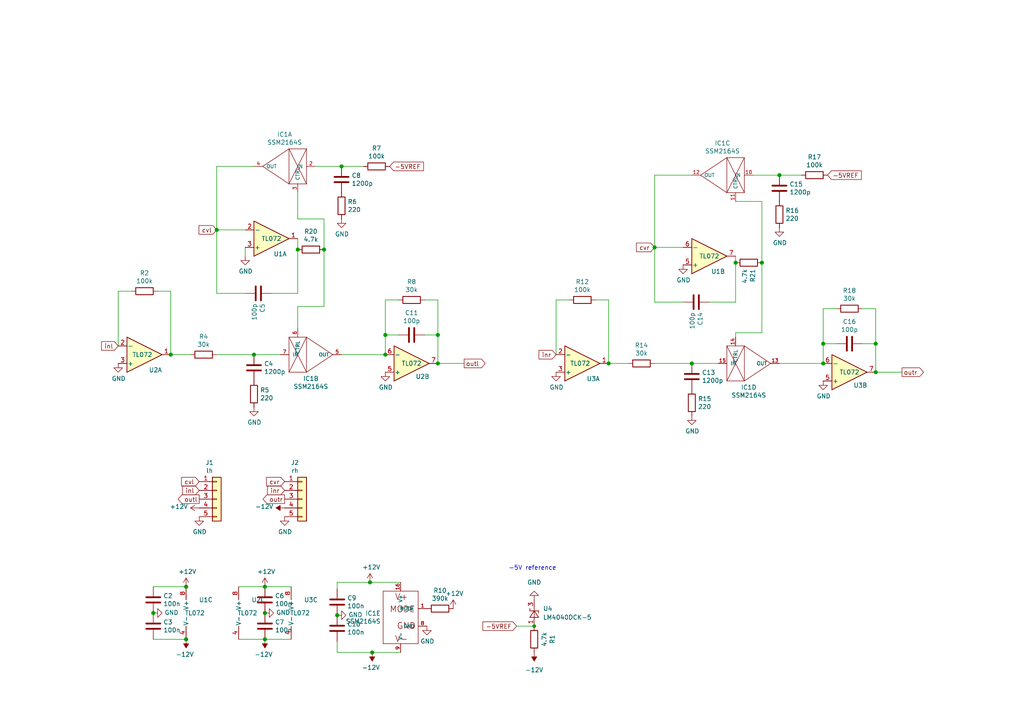
<source format=kicad_sch>
(kicad_sch (version 20231120) (generator "eeschema") (generator_version "8.0")
  (paper "A4")
  (lib_symbols
    (symbol "-12V_1" (power) (pin_numbers hide) (pin_names (offset 0) hide)
      (property "Value" "-12V" (at 0 3.556 0))
      (symbol "-12V_1_0_0"
        (pin power_in line (at 0 0 90) (length 0) (name "~") (number "1"))
      )
      (symbol "-12V_1_0_1"
        (polyline (pts (xy 0 0) (xy 0 1.27) (xy 0.762 1.27) (xy 0 2.54) (xy -0.762 1.27) (xy 0 1.27)) (fill (type outline)))
      )
    )
    (symbol "Amplifier_Operational:TL072" (pin_names (offset 0.127))
      (property "Reference" "U" (at 0 5.08 0))
      (property "Value" "TL072" (at 0 -5.08 0))
      (symbol "TL072_1_1"
        (polyline (pts (xy -5.08 5.08) (xy 5.08 0) (xy -5.08 -5.08) (xy -5.08 5.08)) (stroke (width 0.254)) (fill (type background)))
        (pin output line (at 7.62 0 180) (length 2.54) (name "~") (number "1"))
        (pin input line (at -7.62 -2.54 0) (length 2.54) (name "-") (number "2"))
        (pin input line (at -7.62 2.54 0) (length 2.54) (name "+") (number "3"))
      )
      (symbol "TL072_2_1"
        (polyline (pts (xy -5.08 5.08) (xy 5.08 0) (xy -5.08 -5.08) (xy -5.08 5.08)) (stroke (width 0.254)) (fill (type background)))
        (pin input line (at -7.62 2.54 0) (length 2.54) (name "+") (number "5"))
        (pin input line (at -7.62 -2.54 0) (length 2.54) (name "-") (number "6"))
        (pin output line (at 7.62 0 180) (length 2.54) (name "~") (number "7"))
      )
      (symbol "TL072_3_1"
        (pin power_in line (at -2.54 -7.62 90) (length 3.81) (name "V-") (number "4"))
        (pin power_in line (at -2.54 7.62 270) (length 3.81) (name "V+") (number "8"))
      )
    )
    (symbol "Connector_Generic:Conn_01x05" (pin_names (offset 1.016) hide)
      (property "Reference" "J" (at 0 7.62 0))
      (property "Value" "Conn_01x05" (at 0 -7.62 0))
      (symbol "Conn_01x05_1_1"
        (rectangle (start -1.27 -4.953) (end 0 -5.207) (stroke (width 0.1524)))
        (rectangle (start -1.27 -2.413) (end 0 -2.667) (stroke (width 0.1524)))
        (rectangle (start -1.27 0.127) (end 0 -0.127) (stroke (width 0.1524)))
        (rectangle (start -1.27 2.667) (end 0 2.413) (stroke (width 0.1524)))
        (rectangle (start -1.27 5.207) (end 0 4.953) (stroke (width 0.1524)))
        (rectangle (start -1.27 6.35) (end 1.27 -6.35) (stroke (width 0.254)) (fill (type background)))
        (pin passive line (at -5.08 5.08 0) (length 3.81) (name "Pin_1") (number "1"))
        (pin passive line (at -5.08 2.54 0) (length 3.81) (name "Pin_2") (number "2"))
        (pin passive line (at -5.08 0 0) (length 3.81) (name "Pin_3") (number "3"))
        (pin passive line (at -5.08 -2.54 0) (length 3.81) (name "Pin_4") (number "4"))
        (pin passive line (at -5.08 -5.08 0) (length 3.81) (name "Pin_5") (number "5"))
      )
    )
    (symbol "Device:C" (pin_numbers hide) (pin_names (offset 0.254))
      (property "Reference" "C" (at 0.635 2.54 0))
      (property "Value" "C" (at 0.635 -2.54 0))
      (symbol "C_0_1"
        (polyline (pts (xy -2.032 -0.762) (xy 2.032 -0.762)) (stroke (width 0.508)))
        (polyline (pts (xy -2.032 0.762) (xy 2.032 0.762)) (stroke (width 0.508)))
      )
      (symbol "C_1_1"
        (pin passive line (at 0 3.81 270) (length 2.794) (name "~") (number "1"))
        (pin passive line (at 0 -3.81 90) (length 2.794) (name "~") (number "2"))
      )
    )
    (symbol "Device:R" (pin_numbers hide) (pin_names (offset 0))
      (property "Reference" "R" (at 2.032 0 90))
      (property "Value" "R" (at 0 0 90))
      (symbol "R_0_1"
        (rectangle (start -1.016 -2.54) (end 1.016 2.54) (stroke (width 0.254)))
      )
      (symbol "R_1_1"
        (pin passive line (at 0 3.81 270) (length 1.27) (name "~") (number "1"))
        (pin passive line (at 0 -3.81 90) (length 1.27) (name "~") (number "2"))
      )
    )
    (symbol "GND_1" (power) (pin_numbers hide) (pin_names (offset 0) hide)
      (property "Value" "GND" (at 0 -3.81 0))
      (symbol "GND_1_0_1"
        (polyline (pts (xy 0 0) (xy 0 -1.27) (xy 1.27 -1.27) (xy 0 -2.54) (xy -1.27 -1.27) (xy 0 -1.27)))
      )
      (symbol "GND_1_1_1"
        (pin power_in line (at 0 0 270) (length 0) (name "~") (number "1"))
      )
    )
    (symbol "Reference_Voltage:LM4040DCK-5" (pin_names (offset 0.0254) hide)
      (property "Reference" "U" (at 0 2.54 0))
      (property "Value" "LM4040DCK-5" (at 0 -3.175 0))
      (symbol "LM4040DCK-5_0_1"
        (polyline (pts (xy -1.27 0) (xy 0 0) (xy 1.27 0)))
        (polyline (pts (xy -1.27 -1.27) (xy 0.635 0) (xy -1.27 1.27) (xy -1.27 -1.27)) (stroke (width 0.2032)))
        (polyline (pts (xy 0 -1.27) (xy 0.635 -1.27) (xy 0.635 1.27) (xy 1.27 1.27)) (stroke (width 0.2032)))
      )
      (symbol "LM4040DCK-5_1_1"
        (pin passive line (at -3.81 0 0) (length 2.54) (name "A") (number "1"))
        (pin no_connect line (at -1.27 0 0) (length 2.54) hide (name "NC") (number "2"))
        (pin passive line (at 3.81 0 180) (length 2.54) (name "K") (number "3"))
        (pin no_connect line (at 0 0 0) (length 2.54) hide (name "NC") (number "4"))
        (pin no_connect line (at 1.27 0 0) (length 2.54) hide (name "NC") (number "5"))
      )
    )
    (symbol "power:+12V" (power) (pin_names (offset 0))
      (property "Value" "+12V" (at 0 3.556 0))
      (symbol "+12V_0_1"
        (polyline (pts (xy -0.762 1.27) (xy 0 2.54)))
        (polyline (pts (xy 0 0) (xy 0 2.54)))
        (polyline (pts (xy 0 2.54) (xy 0.762 1.27)))
      )
      (symbol "+12V_1_1"
        (pin power_in line (at 0 0 90) (length 0) hide (name "+12V") (number "1"))
      )
    )
    (symbol "power:-12V" (power) (pin_names (offset 0))
      (property "Value" "-12V" (at 0 3.81 0))
      (symbol "-12V_0_0"
        (pin power_in line (at 0 0 90) (length 0) hide (name "-12V") (number "1"))
      )
      (symbol "-12V_0_1"
        (polyline (pts (xy 0 0) (xy 0 1.27) (xy 0.762 1.27) (xy 0 2.54) (xy -0.762 1.27) (xy 0 1.27)) (fill (type outline)))
      )
    )
    (symbol "power:GND" (power) (pin_names (offset 0))
      (property "Value" "GND" (at 0 -3.81 0))
      (symbol "GND_0_1"
        (polyline (pts (xy 0 0) (xy 0 -1.27) (xy 1.27 -1.27) (xy 0 -2.54) (xy -1.27 -1.27) (xy 0 -1.27)))
      )
      (symbol "GND_1_1"
        (pin power_in line (at 0 0 270) (length 0) hide (name "GND") (number "1"))
      )
    )
    (symbol "stereo-simple-vca-rescue:SSM2164S-ssm2164" (pin_names (offset 1.016))
      (property "Reference" "IC" (at 5.08 5.08 0))
      (property "Value" "SSM2164S-ssm2164" (at 5.08 -7.62 0))
      (symbol "SSM2164S-ssm2164_1_0"
        (polyline (pts (xy -2.54 -5.08) (xy 2.54 -5.08)))
        (polyline (pts (xy -2.54 -5.08) (xy 2.54 5.08)))
        (polyline (pts (xy -2.54 5.08) (xy -2.54 -5.08)))
        (polyline (pts (xy -2.54 5.08) (xy 2.54 -5.08)))
        (polyline (pts (xy 2.54 -5.08) (xy 2.54 5.08)))
        (polyline (pts (xy 2.54 5.08) (xy -2.54 5.08)))
        (polyline (pts (xy 2.54 5.08) (xy 10.16 0)))
        (polyline (pts (xy 10.16 0) (xy 2.54 -5.08)))
      )
      (symbol "SSM2164S-ssm2164_1_1"
        (pin input line (at -5.08 0 0) (length 2.54) (name "IN") (number "2"))
        (pin input line (at 0 7.62 270) (length 2.54) (name "CTRL") (number "3"))
        (pin output line (at 12.7 0 180) (length 2.54) (name "OUT") (number "4"))
      )
      (symbol "SSM2164S-ssm2164_2_0"
        (polyline (pts (xy -2.54 -5.08) (xy 2.54 -5.08)))
        (polyline (pts (xy -2.54 -5.08) (xy 2.54 5.08)))
        (polyline (pts (xy -2.54 5.08) (xy -2.54 -5.08)))
        (polyline (pts (xy -2.54 5.08) (xy 2.54 -5.08)))
        (polyline (pts (xy 2.54 -5.08) (xy 2.54 5.08)))
        (polyline (pts (xy 2.54 5.08) (xy -2.54 5.08)))
        (polyline (pts (xy 2.54 5.08) (xy 10.16 0)))
        (polyline (pts (xy 10.16 0) (xy 2.54 -5.08)))
      )
      (symbol "SSM2164S-ssm2164_2_1"
        (pin output line (at 12.7 0 180) (length 2.54) (name "OUT") (number "5"))
        (pin input line (at 0 7.62 270) (length 2.54) (name "CTRL") (number "6"))
        (pin input line (at -5.08 0 0) (length 2.54) (name "IN") (number "7"))
      )
      (symbol "SSM2164S-ssm2164_3_0"
        (polyline (pts (xy -2.54 -5.08) (xy 2.54 -5.08)))
        (polyline (pts (xy -2.54 -5.08) (xy 2.54 5.08)))
        (polyline (pts (xy -2.54 5.08) (xy -2.54 -5.08)))
        (polyline (pts (xy -2.54 5.08) (xy 2.54 -5.08)))
        (polyline (pts (xy 2.54 -5.08) (xy 2.54 5.08)))
        (polyline (pts (xy 2.54 5.08) (xy -2.54 5.08)))
        (polyline (pts (xy 2.54 5.08) (xy 10.16 0)))
        (polyline (pts (xy 10.16 0) (xy 2.54 -5.08)))
      )
      (symbol "SSM2164S-ssm2164_3_1"
        (pin input line (at -5.08 0 0) (length 2.54) (name "IN") (number "10"))
        (pin input line (at 0 7.62 270) (length 2.54) (name "CTRL") (number "11"))
        (pin output line (at 12.7 0 180) (length 2.54) (name "OUT") (number "12"))
      )
      (symbol "SSM2164S-ssm2164_4_0"
        (polyline (pts (xy -2.54 -5.08) (xy 2.54 -5.08)))
        (polyline (pts (xy -2.54 -5.08) (xy 2.54 5.08)))
        (polyline (pts (xy -2.54 5.08) (xy -2.54 -5.08)))
        (polyline (pts (xy -2.54 5.08) (xy 2.54 -5.08)))
        (polyline (pts (xy 2.54 -5.08) (xy 2.54 5.08)))
        (polyline (pts (xy 2.54 5.08) (xy -2.54 5.08)))
        (polyline (pts (xy 2.54 5.08) (xy 10.16 0)))
        (polyline (pts (xy 10.16 0) (xy 2.54 -5.08)))
      )
      (symbol "SSM2164S-ssm2164_4_1"
        (pin output line (at 12.7 0 180) (length 2.54) (name "OUT") (number "13"))
        (pin input line (at 0 7.62 270) (length 2.54) (name "CTRL") (number "14"))
        (pin input line (at -5.08 0 0) (length 2.54) (name "IN") (number "15"))
      )
      (symbol "SSM2164S-ssm2164_5_0"
        (polyline (pts (xy -5.08 -10.16) (xy -5.08 5.08)))
        (polyline (pts (xy -5.08 5.08) (xy 5.08 5.08)))
        (polyline (pts (xy 5.08 -10.16) (xy -5.08 -10.16)))
        (polyline (pts (xy 5.08 5.08) (xy 5.08 -10.16)))
        (text "GND" (at 1.651 -4.953 0) (effects (font (size 1.778 1.778))))
        (text "MODE" (at 0.508 -0.127 0) (effects (font (size 1.778 1.778))))
        (text "V+" (at 0.254 3.429 0) (effects (font (size 1.778 1.778))))
        (text "V-" (at 0.254 -8.763 0) (effects (font (size 1.778 1.778))))
      )
      (symbol "SSM2164S-ssm2164_5_1"
        (pin input line (at 7.62 0 180) (length 2.54) (name "MODE") (number "1"))
        (pin power_in line (at 0 7.62 270) (length 2.54) (name "V+") (number "16"))
        (pin power_in line (at 7.62 -5.08 180) (length 2.54) (name "GND") (number "8"))
        (pin power_in line (at 0 -12.7 90) (length 2.54) (name "V-") (number "9"))
      )
    )
  )
  (junction (at 99.06 48.26) (diameter 1.016))
  (junction (at 254 99.695) (diameter 1.016))
  (junction (at 176.53 105.41) (diameter 1.016))
  (junction (at 111.76 102.87) (diameter 1.016))
  (junction (at 127 97.155) (diameter 1.016))
  (junction (at 53.975 170.18) (diameter 1.016))
  (junction (at 154.94 181.61))
  (junction (at 189.865 71.755) (diameter 1.016))
  (junction (at 226.06 50.8) (diameter 1.016))
  (junction (at 97.79 178.435) (diameter 1.016))
  (junction (at 76.835 170.18) (diameter 1.016))
  (junction (at 49.53 102.87) (diameter 1.016))
  (junction (at 93.98 72.39) (diameter 1.016))
  (junction (at 44.45 177.8) (diameter 1.016))
  (junction (at 107.95 189.23) (diameter 1.016))
  (junction (at 220.98 76.2) (diameter 1.016))
  (junction (at 53.975 185.42) (diameter 1.016))
  (junction (at 127 105.41) (diameter 1.016))
  (junction (at 73.66 102.87) (diameter 1.016))
  (junction (at 238.76 99.695) (diameter 1.016))
  (junction (at 62.865 66.675) (diameter 1.016))
  (junction (at 238.76 105.41) (diameter 1.016))
  (junction (at 76.835 177.8) (diameter 1.016))
  (junction (at 254 107.95) (diameter 1.016))
  (junction (at 107.315 168.91) (diameter 1.016))
  (junction (at 213.36 76.2) (diameter 1.016))
  (junction (at 86.36 72.39) (diameter 1.016))
  (junction (at 76.835 185.42) (diameter 1.016))
  (junction (at 111.76 97.155) (diameter 1.016))
  (junction (at 200.66 105.41) (diameter 1.016))
  (wire (pts (xy 86.36 72.39) (xy 86.36 85.09)))
  (wire (pts (xy 73.66 102.87) (xy 62.865 102.87)))
  (wire (pts (xy 97.79 168.91) (xy 97.79 170.815)))
  (wire (pts (xy 213.36 74.295) (xy 213.36 76.2)))
  (wire (pts (xy 238.76 89.535) (xy 238.76 99.695)))
  (wire (pts (xy 127 105.41) (xy 134.62 105.41)))
  (wire (pts (xy 49.53 84.455) (xy 49.53 102.87)))
  (wire (pts (xy 93.98 88.9) (xy 86.36 88.9)))
  (wire (pts (xy 34.29 84.455) (xy 34.29 100.33)))
  (wire (pts (xy 220.98 58.42) (xy 220.98 76.2)))
  (wire (pts (xy 86.36 69.215) (xy 86.36 72.39)))
  (wire (pts (xy 176.53 86.995) (xy 176.53 105.41)))
  (wire (pts (xy 71.12 85.09) (xy 62.865 85.09)))
  (wire (pts (xy 254 89.535) (xy 254 99.695)))
  (wire (pts (xy 55.245 102.87) (xy 49.53 102.87)))
  (wire (pts (xy 71.12 71.755) (xy 71.12 74.295)))
  (wire (pts (xy 213.36 87.63) (xy 205.74 87.63)))
  (wire (pts (xy 81.28 102.87) (xy 73.66 102.87)))
  (wire (pts (xy 149.86 181.61) (xy 154.94 181.61)))
  (wire (pts (xy 97.79 189.23) (xy 97.79 186.055)))
  (wire (pts (xy 69.215 185.42) (xy 76.835 185.42)))
  (wire (pts (xy 76.835 170.18) (xy 84.455 170.18)))
  (wire (pts (xy 200.66 105.41) (xy 189.865 105.41)))
  (wire (pts (xy 232.41 50.8) (xy 226.06 50.8)))
  (wire (pts (xy 165.1 86.995) (xy 161.29 86.995)))
  (wire (pts (xy 127 86.995) (xy 127 97.155)))
  (wire (pts (xy 107.95 189.23) (xy 97.79 189.23)))
  (wire (pts (xy 208.28 105.41) (xy 200.66 105.41)))
  (wire (pts (xy 213.36 58.42) (xy 220.98 58.42)))
  (wire (pts (xy 62.865 66.675) (xy 71.12 66.675)))
  (wire (pts (xy 53.975 185.42) (xy 44.45 185.42)))
  (wire (pts (xy 86.36 88.9) (xy 86.36 95.25)))
  (wire (pts (xy 107.315 168.91) (xy 97.79 168.91)))
  (wire (pts (xy 254 99.695) (xy 250.19 99.695)))
  (wire (pts (xy 200.66 50.8) (xy 189.865 50.8)))
  (wire (pts (xy 99.06 102.87) (xy 111.76 102.87)))
  (wire (pts (xy 86.36 55.88) (xy 86.36 63.5)))
  (wire (pts (xy 242.57 89.535) (xy 238.76 89.535)))
  (wire (pts (xy 111.76 97.155) (xy 111.76 102.87)))
  (wire (pts (xy 111.76 86.995) (xy 111.76 97.155)))
  (wire (pts (xy 254 107.95) (xy 254 99.695)))
  (wire (pts (xy 99.06 48.26) (xy 105.41 48.26)))
  (wire (pts (xy 198.12 87.63) (xy 189.865 87.63)))
  (wire (pts (xy 161.29 86.995) (xy 161.29 102.87)))
  (wire (pts (xy 220.98 96.52) (xy 213.36 96.52)))
  (wire (pts (xy 73.66 48.26) (xy 62.865 48.26)))
  (wire (pts (xy 254 107.95) (xy 261.62 107.95)))
  (wire (pts (xy 226.06 50.8) (xy 218.44 50.8)))
  (wire (pts (xy 86.36 63.5) (xy 93.98 63.5)))
  (wire (pts (xy 127 86.995) (xy 123.19 86.995)))
  (wire (pts (xy 254 89.535) (xy 250.19 89.535)))
  (wire (pts (xy 38.1 84.455) (xy 34.29 84.455)))
  (wire (pts (xy 62.865 48.26) (xy 62.865 66.675)))
  (wire (pts (xy 213.36 76.2) (xy 213.36 87.63)))
  (wire (pts (xy 69.215 170.18) (xy 76.835 170.18)))
  (wire (pts (xy 93.98 72.39) (xy 93.98 88.9)))
  (wire (pts (xy 76.835 185.42) (xy 84.455 185.42)))
  (wire (pts (xy 226.06 105.41) (xy 238.76 105.41)))
  (wire (pts (xy 213.36 96.52) (xy 213.36 97.79)))
  (wire (pts (xy 220.98 76.2) (xy 220.98 96.52)))
  (wire (pts (xy 176.53 86.995) (xy 172.72 86.995)))
  (wire (pts (xy 115.57 86.995) (xy 111.76 86.995)))
  (wire (pts (xy 99.06 48.26) (xy 91.44 48.26)))
  (wire (pts (xy 44.45 170.18) (xy 53.975 170.18)))
  (wire (pts (xy 189.865 87.63) (xy 189.865 71.755)))
  (wire (pts (xy 127 97.155) (xy 123.19 97.155)))
  (wire (pts (xy 116.205 189.23) (xy 107.95 189.23)))
  (wire (pts (xy 189.865 50.8) (xy 189.865 71.755)))
  (wire (pts (xy 182.245 105.41) (xy 176.53 105.41)))
  (wire (pts (xy 242.57 99.695) (xy 238.76 99.695)))
  (wire (pts (xy 115.57 97.155) (xy 111.76 97.155)))
  (wire (pts (xy 127 105.41) (xy 127 97.155)))
  (wire (pts (xy 86.36 85.09) (xy 78.74 85.09)))
  (wire (pts (xy 116.205 168.91) (xy 107.315 168.91)))
  (wire (pts (xy 238.76 99.695) (xy 238.76 105.41)))
  (wire (pts (xy 49.53 84.455) (xy 45.72 84.455)))
  (wire (pts (xy 93.98 63.5) (xy 93.98 72.39)))
  (wire (pts (xy 62.865 85.09) (xy 62.865 66.675)))
  (wire (pts (xy 189.865 71.755) (xy 198.12 71.755)))
  (text "-5V reference" (at 154.432 164.846 0) (effects (font (size 1.27 1.27))))
  (global_label "cvr" (shape input) (at 82.55 139.7 180) (property "Intersheetrefs" "${INTERSHEET_REFS}" (effects (hide yes))))
  (global_label "-5VREF" (shape input) (at 113.03 48.26 0) (property "Intersheetrefs" "${INTERSHEET_REFS}" (effects (hide yes))))
  (global_label "cvl" (shape input) (at 57.785 139.7 180) (property "Intersheetrefs" "${INTERSHEET_REFS}" (effects (hide yes))))
  (global_label "inr" (shape input) (at 161.29 102.87 180) (property "Intersheetrefs" "${INTERSHEET_REFS}" (effects (hide yes))))
  (global_label "-5VREF" (shape input) (at 240.03 50.8 0) (property "Intersheetrefs" "${INTERSHEET_REFS}" (effects (hide yes))))
  (global_label "outr" (shape output) (at 82.55 144.78 180) (property "Intersheetrefs" "${INTERSHEET_REFS}" (effects (hide yes))))
  (global_label "outl" (shape output) (at 134.62 105.41 0) (property "Intersheetrefs" "${INTERSHEET_REFS}" (effects (hide yes))))
  (global_label "cvl" (shape input) (at 62.865 66.675 180) (property "Intersheetrefs" "${INTERSHEET_REFS}" (effects (hide yes))))
  (global_label "-5VREF" (shape input) (at 149.86 181.61 180) (property "Intersheetrefs" "${INTERSHEET_REFS}" (effects (hide yes))))
  (global_label "inl" (shape input) (at 34.29 100.33 180) (property "Intersheetrefs" "${INTERSHEET_REFS}" (effects (hide yes))))
  (global_label "outl" (shape output) (at 57.785 144.78 180) (property "Intersheetrefs" "${INTERSHEET_REFS}" (effects (hide yes))))
  (global_label "cvr" (shape input) (at 189.865 71.755 180) (property "Intersheetrefs" "${INTERSHEET_REFS}" (effects (hide yes))))
  (global_label "inl" (shape input) (at 57.785 142.24 180) (property "Intersheetrefs" "${INTERSHEET_REFS}" (effects (hide yes))))
  (global_label "outr" (shape output) (at 261.62 107.95 0) (property "Intersheetrefs" "${INTERSHEET_REFS}" (effects (hide yes))))
  (global_label "inr" (shape input) (at 82.55 142.24 180) (property "Intersheetrefs" "${INTERSHEET_REFS}" (effects (hide yes))))
  (symbol (lib_id "stereo-simple-vca-rescue:SSM2164S-ssm2164") (at 86.36 48.26 180) (unit 1)
    (property "Reference" "IC1" (at 82.55 38.989 0))
    (property "Value" "SSM2164S" (at 82.55 41.3004 0))
    (property "Footprint" "Package_SO:SOIC-16_3.9x9.9mm_P1.27mm" (effects (hide yes)))
  )
  (symbol (lib_id "Device:C") (at 99.06 52.07 0) (unit 1)
    (property "Reference" "C8" (at 101.981 50.9016 0) (effects (justify left)))
    (property "Value" "1200p" (at 101.981 53.213 0) (effects (justify left)))
    (property "Footprint" "Capacitor_SMD:C_0402_1005Metric" (effects (hide yes)))
  )
  (symbol (lib_id "power:GND") (at 71.12 74.295 0) (unit 1)
    (property "Reference" "#PWR0101" (effects (hide yes)))
    (property "Value" "GND" (at 71.247 78.6892 0))
  )
  (symbol (lib_id "Device:R") (at 99.06 59.69 0) (unit 1)
    (property "Reference" "R6" (at 100.838 58.5216 0) (effects (justify left)))
    (property "Value" "220" (at 100.838 60.833 0) (effects (justify left)))
    (property "Footprint" "Resistor_SMD:R_0402_1005Metric" (effects (hide yes)))
  )
  (symbol (lib_id "power:GND") (at 99.06 63.5 0) (unit 1)
    (property "Reference" "#PWR0102" (effects (hide yes)))
    (property "Value" "GND" (at 99.187 67.8942 0))
  )
  (symbol (lib_id "Device:C") (at 74.93 85.09 270) (unit 1)
    (property "Reference" "C5" (at 76.0984 88.011 0) (effects (justify left)))
    (property "Value" "100p" (at 73.787 88.011 0) (effects (justify left)))
    (property "Footprint" "Capacitor_SMD:C_0402_1005Metric" (effects (hide yes)))
  )
  (symbol (lib_id "Device:R") (at 109.22 48.26 270) (unit 1)
    (property "Reference" "R7" (at 109.22 43.0022 90))
    (property "Value" "100k" (at 109.22 45.3136 90))
    (property "Footprint" "Resistor_SMD:R_0402_1005Metric" (effects (hide yes)))
  )
  (symbol (lib_id "stereo-simple-vca-rescue:SSM2164S-ssm2164") (at 86.36 102.87 0) (unit 2)
    (property "Reference" "IC1" (at 90.17 109.8042 0))
    (property "Value" "SSM2164S" (at 90.17 112.1156 0))
    (property "Footprint" "Package_SO:SOIC-16_3.9x9.9mm_P1.27mm" (effects (hide yes)))
  )
  (symbol (lib_id "Device:R") (at 73.66 114.3 0) (unit 1)
    (property "Reference" "R5" (at 75.438 113.1316 0) (effects (justify left)))
    (property "Value" "220" (at 75.438 115.443 0) (effects (justify left)))
    (property "Footprint" "Resistor_SMD:R_0402_1005Metric" (effects (hide yes)))
  )
  (symbol (lib_id "Device:C") (at 73.66 106.68 0) (unit 1)
    (property "Reference" "C4" (at 76.581 105.5116 0) (effects (justify left)))
    (property "Value" "1200p" (at 76.581 107.823 0) (effects (justify left)))
    (property "Footprint" "Capacitor_SMD:C_0402_1005Metric" (effects (hide yes)))
  )
  (symbol (lib_id "power:GND") (at 73.66 118.11 0) (unit 1)
    (property "Reference" "#PWR0104" (effects (hide yes)))
    (property "Value" "GND" (at 73.787 122.5042 0))
  )
  (symbol (lib_id "Device:R") (at 59.055 102.87 270) (unit 1)
    (property "Reference" "R4" (at 59.055 97.6122 90))
    (property "Value" "30k" (at 59.055 99.9236 90))
    (property "Footprint" "Resistor_SMD:R_0402_1005Metric" (effects (hide yes)))
  )
  (symbol (lib_id "Device:R") (at 119.38 86.995 270) (unit 1)
    (property "Reference" "R8" (at 119.38 81.7372 90))
    (property "Value" "30k" (at 119.38 84.0486 90))
    (property "Footprint" "Resistor_SMD:R_0402_1005Metric" (effects (hide yes)))
  )
  (symbol (lib_id "power:GND") (at 111.76 107.95 0) (unit 1)
    (property "Reference" "#PWR0105" (effects (hide yes)))
    (property "Value" "GND" (at 111.887 112.3442 0))
  )
  (symbol (lib_id "Device:C") (at 119.38 97.155 270) (unit 1)
    (property "Reference" "C11" (at 119.38 90.7542 90))
    (property "Value" "100p" (at 119.38 93.0656 90))
    (property "Footprint" "Capacitor_SMD:C_0402_1005Metric" (effects (hide yes)))
  )
  (symbol (lib_id "Device:R") (at 41.91 84.455 270) (unit 1)
    (property "Reference" "R2" (at 41.91 79.1972 90))
    (property "Value" "100k" (at 41.91 81.5086 90))
    (property "Footprint" "Resistor_SMD:R_0402_1005Metric" (effects (hide yes)))
  )
  (symbol (lib_id "power:GND") (at 34.29 105.41 0) (unit 1)
    (property "Reference" "#PWR0106" (effects (hide yes)))
    (property "Value" "GND" (at 34.417 109.8042 0))
  )
  (symbol (lib_id "Amplifier_Operational:TL072") (at 41.91 102.87 0) (mirror x) (unit 1)
    (property "Reference" "U2" (at 45.085 107.315 0))
    (property "Value" "TL072" (at 41.275 102.87 0))
    (property "Footprint" "Package_SO:VSSOP-8_3.0x3.0mm_P0.65mm" (effects (hide yes)))
    (property "Datasheet" "http://www.ti.com/lit/ds/symlink/tl071.pdf" (effects (hide yes)))
  )
  (symbol (lib_id "Amplifier_Operational:TL072") (at 78.74 69.215 0) (mirror x) (unit 1)
    (property "Reference" "U1" (at 81.28 73.66 0))
    (property "Value" "TL072" (at 78.74 69.215 0))
    (property "Footprint" "Package_SO:VSSOP-8_3.0x3.0mm_P0.65mm" (effects (hide yes)))
    (property "Datasheet" "http://www.ti.com/lit/ds/symlink/tl071.pdf" (effects (hide yes)))
  )
  (symbol (lib_id "Amplifier_Operational:TL072") (at 119.38 105.41 0) (mirror x) (unit 2)
    (property "Reference" "U2" (at 122.555 109.22 0))
    (property "Value" "TL072" (at 119.38 105.41 0))
    (property "Footprint" "Package_SO:VSSOP-8_3.0x3.0mm_P0.65mm" (effects (hide yes)))
    (property "Datasheet" "http://www.ti.com/lit/ds/symlink/tl071.pdf" (effects (hide yes)))
  )
  (symbol (lib_id "stereo-simple-vca-rescue:SSM2164S-ssm2164") (at 116.205 176.53 0) (unit 5)
    (property "Reference" "IC1" (at 110.4138 177.9016 0) (effects (justify right)))
    (property "Value" "SSM2164S" (at 110.4138 180.213 0) (effects (justify right)))
    (property "Footprint" "Package_SO:SOIC-16_3.9x9.9mm_P1.27mm" (effects (hide yes)))
  )
  (symbol (lib_id "Device:R") (at 168.91 86.995 270) (unit 1)
    (property "Reference" "R12" (at 168.91 81.7372 90))
    (property "Value" "100k" (at 168.91 84.0486 90))
    (property "Footprint" "Resistor_SMD:R_0402_1005Metric" (effects (hide yes)))
  )
  (symbol (lib_id "Device:C") (at 200.66 109.22 0) (unit 1)
    (property "Reference" "C13" (at 203.581 108.0516 0) (effects (justify left)))
    (property "Value" "1200p" (at 203.581 110.363 0) (effects (justify left)))
    (property "Footprint" "Capacitor_SMD:C_0402_1005Metric" (effects (hide yes)))
  )
  (symbol (lib_id "Device:R") (at 186.055 105.41 270) (unit 1)
    (property "Reference" "R14" (at 186.055 100.1522 90))
    (property "Value" "30k" (at 186.055 102.4636 90))
    (property "Footprint" "Resistor_SMD:R_0402_1005Metric" (effects (hide yes)))
  )
  (symbol (lib_id "stereo-simple-vca-rescue:SSM2164S-ssm2164") (at 213.36 105.41 0) (unit 4)
    (property "Reference" "IC1" (at 217.17 112.3442 0))
    (property "Value" "SSM2164S" (at 217.17 114.6556 0))
    (property "Footprint" "Package_SO:SOIC-16_3.9x9.9mm_P1.27mm" (effects (hide yes)))
  )
  (symbol (lib_id "power:GND") (at 200.66 120.65 0) (unit 1)
    (property "Reference" "#PWR0107" (effects (hide yes)))
    (property "Value" "GND" (at 200.787 125.0442 0))
  )
  (symbol (lib_id "Device:C") (at 201.93 87.63 270) (unit 1)
    (property "Reference" "C14" (at 203.0984 90.551 0) (effects (justify left)))
    (property "Value" "100p" (at 200.787 90.551 0) (effects (justify left)))
    (property "Footprint" "Capacitor_SMD:C_0402_1005Metric" (effects (hide yes)))
  )
  (symbol (lib_id "Device:R") (at 226.06 62.23 0) (unit 1)
    (property "Reference" "R16" (at 227.838 61.0616 0) (effects (justify left)))
    (property "Value" "220" (at 227.838 63.373 0) (effects (justify left)))
    (property "Footprint" "Resistor_SMD:R_0402_1005Metric" (effects (hide yes)))
  )
  (symbol (lib_id "Device:C") (at 226.06 54.61 0) (unit 1)
    (property "Reference" "C15" (at 228.981 53.4416 0) (effects (justify left)))
    (property "Value" "1200p" (at 228.981 55.753 0) (effects (justify left)))
    (property "Footprint" "Capacitor_SMD:C_0402_1005Metric" (effects (hide yes)))
  )
  (symbol (lib_id "Device:C") (at 246.38 99.695 270) (unit 1)
    (property "Reference" "C16" (at 246.38 93.2942 90))
    (property "Value" "100p" (at 246.38 95.6056 90))
    (property "Footprint" "Capacitor_SMD:C_0402_1005Metric" (effects (hide yes)))
  )
  (symbol (lib_id "Amplifier_Operational:TL072") (at 205.74 74.295 0) (mirror x) (unit 2)
    (property "Reference" "U1" (at 208.28 78.74 0))
    (property "Value" "TL072" (at 205.74 74.295 0))
    (property "Footprint" "Package_SO:VSSOP-8_3.0x3.0mm_P0.65mm" (effects (hide yes)))
    (property "Datasheet" "http://www.ti.com/lit/ds/symlink/tl071.pdf" (effects (hide yes)))
  )
  (symbol (lib_id "Device:R") (at 200.66 116.84 0) (unit 1)
    (property "Reference" "R15" (at 202.438 115.6716 0) (effects (justify left)))
    (property "Value" "220" (at 202.438 117.983 0) (effects (justify left)))
    (property "Footprint" "Resistor_SMD:R_0402_1005Metric" (effects (hide yes)))
  )
  (symbol (lib_id "power:GND") (at 238.76 110.49 0) (unit 1)
    (property "Reference" "#PWR0108" (effects (hide yes)))
    (property "Value" "GND" (at 238.887 114.8842 0))
  )
  (symbol (lib_id "Device:R") (at 236.22 50.8 270) (unit 1)
    (property "Reference" "R17" (at 236.22 45.5422 90))
    (property "Value" "100k" (at 236.22 47.8536 90))
    (property "Footprint" "Resistor_SMD:R_0402_1005Metric" (effects (hide yes)))
  )
  (symbol (lib_id "stereo-simple-vca-rescue:SSM2164S-ssm2164") (at 213.36 50.8 180) (unit 3)
    (property "Reference" "IC1" (at 209.55 41.529 0))
    (property "Value" "SSM2164S" (at 209.55 43.8404 0))
    (property "Footprint" "Package_SO:SOIC-16_3.9x9.9mm_P1.27mm" (effects (hide yes)))
  )
  (symbol (lib_id "Device:R") (at 246.38 89.535 270) (unit 1)
    (property "Reference" "R18" (at 246.38 84.2772 90))
    (property "Value" "30k" (at 246.38 86.5886 90))
    (property "Footprint" "Resistor_SMD:R_0402_1005Metric" (effects (hide yes)))
  )
  (symbol (lib_id "power:GND") (at 226.06 66.04 0) (unit 1)
    (property "Reference" "#PWR0110" (effects (hide yes)))
    (property "Value" "GND" (at 226.187 70.4342 0))
  )
  (symbol (lib_id "Amplifier_Operational:TL072") (at 168.91 105.41 0) (mirror x) (unit 1)
    (property "Reference" "U3" (at 172.085 109.855 0))
    (property "Value" "TL072" (at 168.275 105.41 0))
    (property "Footprint" "Package_SO:VSSOP-8_3.0x3.0mm_P0.65mm" (effects (hide yes)))
    (property "Datasheet" "http://www.ti.com/lit/ds/symlink/tl071.pdf" (effects (hide yes)))
  )
  (symbol (lib_id "Amplifier_Operational:TL072") (at 246.38 107.95 0) (mirror x) (unit 2)
    (property "Reference" "U3" (at 249.555 111.76 0))
    (property "Value" "TL072" (at 246.38 107.95 0))
    (property "Footprint" "Package_SO:VSSOP-8_3.0x3.0mm_P0.65mm" (effects (hide yes)))
    (property "Datasheet" "http://www.ti.com/lit/ds/symlink/tl071.pdf" (effects (hide yes)))
  )
  (symbol (lib_id "power:GND") (at 198.12 76.835 0) (unit 1)
    (property "Reference" "#PWR0111" (effects (hide yes)))
    (property "Value" "GND" (at 198.247 81.2292 0))
  )
  (symbol (lib_id "power:GND") (at 161.29 107.95 0) (unit 1)
    (property "Reference" "#PWR0112" (effects (hide yes)))
    (property "Value" "GND" (at 161.417 112.3442 0))
  )
  (symbol (lib_id "Amplifier_Operational:TL072") (at 86.995 177.8 0) (unit 3)
    (property "Reference" "U3" (at 90.17 173.99 0))
    (property "Value" "TL072" (at 86.995 177.8 0))
    (property "Footprint" "Package_SO:VSSOP-8_3.0x3.0mm_P0.65mm" (effects (hide yes)))
    (property "Datasheet" "http://www.ti.com/lit/ds/symlink/tl071.pdf" (effects (hide yes)))
  )
  (symbol (lib_id "Amplifier_Operational:TL072") (at 71.755 177.8 0) (unit 3)
    (property "Reference" "U2" (at 74.93 173.99 0))
    (property "Value" "TL072" (at 71.755 177.8 0))
    (property "Footprint" "Package_SO:VSSOP-8_3.0x3.0mm_P0.65mm" (effects (hide yes)))
    (property "Datasheet" "http://www.ti.com/lit/ds/symlink/tl071.pdf" (effects (hide yes)))
  )
  (symbol (lib_id "Amplifier_Operational:TL072") (at 56.515 177.8 0) (unit 3)
    (property "Reference" "U1" (at 59.69 173.99 0))
    (property "Value" "TL072" (at 56.515 177.8 0))
    (property "Footprint" "Package_SO:VSSOP-8_3.0x3.0mm_P0.65mm" (effects (hide yes)))
    (property "Datasheet" "http://www.ti.com/lit/ds/symlink/tl071.pdf" (effects (hide yes)))
  )
  (symbol (lib_id "Device:C") (at 76.835 173.99 0) (unit 1)
    (property "Reference" "C6" (at 79.756 172.8216 0) (effects (justify left)))
    (property "Value" "100n" (at 79.756 175.133 0) (effects (justify left)))
    (property "Footprint" "Capacitor_SMD:C_0402_1005Metric" (effects (hide yes)))
  )
  (symbol (lib_id "Device:C") (at 76.835 181.61 0) (unit 1)
    (property "Reference" "C7" (at 79.756 180.4416 0) (effects (justify left)))
    (property "Value" "100n" (at 79.756 182.753 0) (effects (justify left)))
    (property "Footprint" "Capacitor_SMD:C_0402_1005Metric" (effects (hide yes)))
  )
  (symbol (lib_id "power:GND") (at 76.835 177.8 90) (unit 1)
    (property "Reference" "#PWR0113" (effects (hide yes)))
    (property "Value" "GND" (at 80.0862 177.673 90) (effects (justify right)))
  )
  (symbol (lib_id "power:+12V") (at 76.835 170.18 0) (unit 1)
    (property "Reference" "#PWR0114" (effects (hide yes)))
    (property "Value" "+12V" (at 77.216 165.7858 0))
  )
  (symbol (lib_id "power:-12V") (at 76.835 185.42 180) (unit 1)
    (property "Reference" "#PWR0115" (effects (hide yes)))
    (property "Value" "-12V" (at 76.454 189.8142 0))
  )
  (symbol (lib_id "power:+12V") (at 53.975 170.18 0) (unit 1)
    (property "Reference" "#PWR0116" (effects (hide yes)))
    (property "Value" "+12V" (at 54.356 165.7858 0))
  )
  (symbol (lib_id "power:-12V") (at 53.975 185.42 180) (unit 1)
    (property "Reference" "#PWR0117" (effects (hide yes)))
    (property "Value" "-12V" (at 53.594 189.8142 0))
  )
  (symbol (lib_id "power:GND") (at 44.45 177.8 90) (unit 1)
    (property "Reference" "#PWR0118" (effects (hide yes)))
    (property "Value" "GND" (at 47.7012 177.673 90) (effects (justify right)))
  )
  (symbol (lib_id "Device:C") (at 44.45 181.61 0) (unit 1)
    (property "Reference" "C3" (at 47.371 180.4416 0) (effects (justify left)))
    (property "Value" "100n" (at 47.371 182.753 0) (effects (justify left)))
    (property "Footprint" "Capacitor_SMD:C_0402_1005Metric" (effects (hide yes)))
  )
  (symbol (lib_id "Device:C") (at 44.45 173.99 0) (unit 1)
    (property "Reference" "C2" (at 47.371 172.8216 0) (effects (justify left)))
    (property "Value" "100n" (at 47.371 175.133 0) (effects (justify left)))
    (property "Footprint" "Capacitor_SMD:C_0402_1005Metric" (effects (hide yes)))
  )
  (symbol (lib_id "Device:C") (at 97.79 174.625 0) (unit 1)
    (property "Reference" "C9" (at 100.711 173.4566 0) (effects (justify left)))
    (property "Value" "100n" (at 100.711 175.768 0) (effects (justify left)))
    (property "Footprint" "Capacitor_SMD:C_0402_1005Metric" (effects (hide yes)))
  )
  (symbol (lib_id "power:GND") (at 97.79 178.435 90) (unit 1)
    (property "Reference" "#PWR0119" (effects (hide yes)))
    (property "Value" "GND" (at 101.0412 178.308 90) (effects (justify right)))
  )
  (symbol (lib_id "Device:C") (at 97.79 182.245 0) (unit 1)
    (property "Reference" "C10" (at 100.711 181.0766 0) (effects (justify left)))
    (property "Value" "100n" (at 100.711 183.388 0) (effects (justify left)))
    (property "Footprint" "Capacitor_SMD:C_0402_1005Metric" (effects (hide yes)))
  )
  (symbol (lib_id "power:+12V") (at 107.315 168.91 0) (unit 1)
    (property "Reference" "#PWR0120" (effects (hide yes)))
    (property "Value" "+12V" (at 107.696 164.5158 0))
  )
  (symbol (lib_id "power:-12V") (at 107.95 189.23 180) (unit 1)
    (property "Reference" "#PWR0121" (effects (hide yes)))
    (property "Value" "-12V" (at 107.569 193.6242 0))
  )
  (symbol (lib_id "Device:R") (at 127.635 176.53 270) (unit 1)
    (property "Reference" "R10" (at 127.635 171.2722 90))
    (property "Value" "390k" (at 127.635 173.5836 90))
    (property "Footprint" "Resistor_SMD:R_0402_1005Metric" (effects (hide yes)))
  )
  (symbol (lib_id "power:+12V") (at 131.445 176.53 0) (unit 1)
    (property "Reference" "#PWR0122" (effects (hide yes)))
    (property "Value" "+12V" (at 131.826 172.1358 0))
  )
  (symbol (lib_id "power:GND") (at 123.825 181.61 0) (unit 1)
    (property "Reference" "#PWR0123" (effects (hide yes)))
    (property "Value" "GND" (at 123.952 186.0042 0))
  )
  (symbol (lib_id "Connector_Generic:Conn_01x05") (at 87.63 144.78 0) (unit 1)
    (property "Reference" "J2" (at 85.5472 134.1882 0))
    (property "Value" "rh" (at 85.5472 136.4996 0))
    (property "Footprint" "Connector_PinSocket_2.54mm:PinSocket_1x05_P2.54mm_Vertical" (effects (hide yes)))
  )
  (symbol (lib_id "Connector_Generic:Conn_01x05") (at 62.865 144.78 0) (unit 1)
    (property "Reference" "J1" (at 60.7822 134.1882 0))
    (property "Value" "lh" (at 60.7822 136.4996 0))
    (property "Footprint" "Connector_PinSocket_2.54mm:PinSocket_1x05_P2.54mm_Vertical" (effects (hide yes)))
  )
  (symbol (lib_id "power:GND") (at 82.55 149.86 0) (unit 1)
    (property "Reference" "#PWR0124" (effects (hide yes)))
    (property "Value" "GND" (at 82.677 154.2542 0))
  )
  (symbol (lib_id "power:GND") (at 57.785 149.86 0) (unit 1)
    (property "Reference" "#PWR0125" (effects (hide yes)))
    (property "Value" "GND" (at 57.912 154.2542 0))
  )
  (symbol (lib_id "power:+12V") (at 57.785 147.32 90) (unit 1)
    (property "Reference" "#PWR0126" (effects (hide yes)))
    (property "Value" "+12V" (at 54.5338 146.939 90) (effects (justify left)))
  )
  (symbol (lib_id "power:-12V") (at 82.55 147.32 90) (unit 1)
    (property "Reference" "#PWR0127" (effects (hide yes)))
    (property "Value" "-12V" (at 79.2988 146.939 90) (effects (justify left)))
  )
  (symbol (lib_id "Device:R") (at 90.17 72.39 270) (unit 1)
    (property "Reference" "R20" (at 90.17 67.1322 90))
    (property "Value" "4.7k" (at 90.17 69.4436 90))
    (property "Footprint" "Resistor_SMD:R_0402_1005Metric" (effects (hide yes)))
  )
  (symbol (lib_id "Device:R") (at 217.17 76.2 270) (unit 1)
    (property "Reference" "R21" (at 218.3384 77.978 0) (effects (justify left)))
    (property "Value" "4.7k" (at 216.027 77.978 0) (effects (justify left)))
    (property "Footprint" "Resistor_SMD:R_0402_1005Metric" (effects (hide yes)))
  )
  (symbol (lib_id "Reference_Voltage:LM4040DCK-5") (at 154.94 177.8 90) (unit 1)
    (property "Reference" "U4" (at 157.48 176.5299 90) (effects (justify right)))
    (property "Value" "LM4040DCK-5" (at 157.48 179.0699 90) (effects (justify right)))
    (property "Footprint" "Package_TO_SOT_SMD:SOT-353_SC-70-5" (effects (hide yes)))
    (property "Datasheet" "http://www.ti.com/lit/ds/symlink/lm4040-n.pdf" (effects (hide yes)))
    (property "Description" "5.000V Precision Micropower Shunt Voltage Reference, SC-70" (effects (hide yes)))
  )
  (symbol (lib_name "-12V_1") (lib_id "power:-12V") (at 154.94 189.23 180) (unit 1)
    (property "Reference" "#PWR02" (effects (hide yes)))
    (property "Value" "-12V" (at 154.94 194.31 0))
    (property "Description" "Power symbol creates a global label with name \"-12V\"" (effects (hide yes)))
  )
  (symbol (lib_name "GND_1") (lib_id "power:GND") (at 154.94 173.99 180) (unit 1)
    (property "Reference" "#PWR01" (effects (hide yes)))
    (property "Value" "GND" (at 154.94 168.91 0))
    (property "Description" "Power symbol creates a global label with name \"GND\" , ground" (effects (hide yes)))
  )
  (symbol (lib_id "Device:R") (at 154.94 185.42 180) (unit 1)
    (property "Reference" "R1" (at 160.1978 185.42 90))
    (property "Value" "4.7k" (at 157.8864 185.42 90))
    (property "Footprint" "Resistor_SMD:R_0402_1005Metric" (effects (hide yes)))
  )
)
</source>
